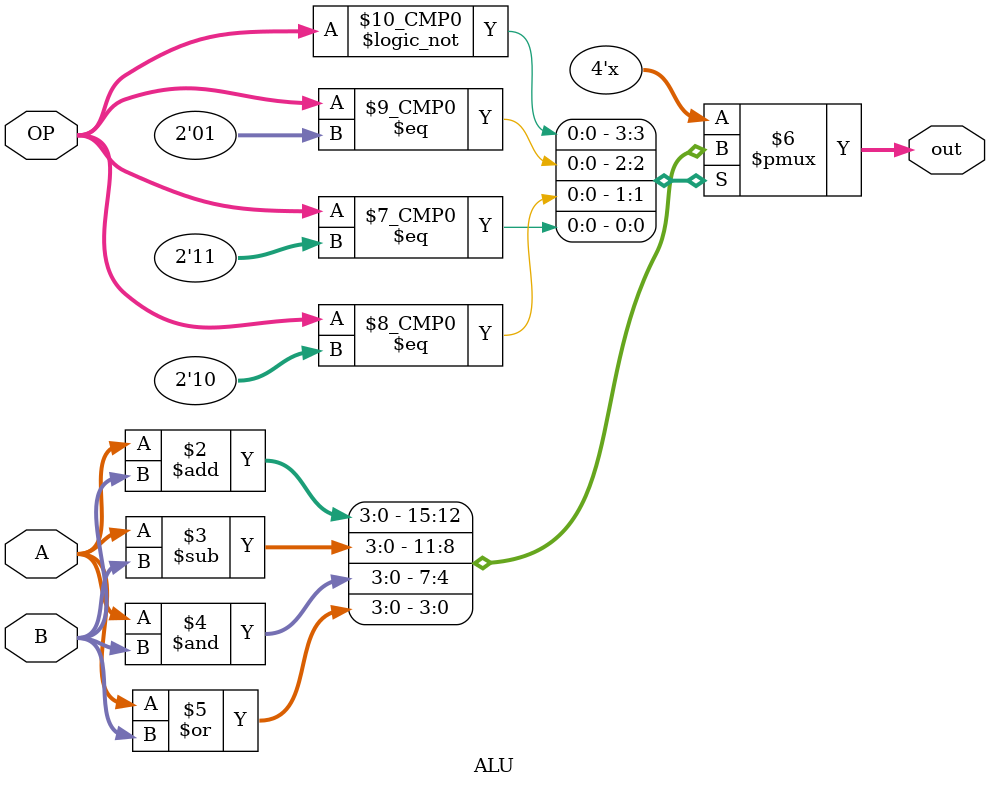
<source format=v>
module ALU #(parameter BITS = 4) (
    input [BITS - 1 : 0] A, B,
    input [1 : 0] OP,
    output reg [BITS - 1 : 0] out
);
    localparam ADD = 2'b00;
    localparam SUB = 2'b01;
    localparam AND = 2'b10;
    localparam OR = 2'b11;

    always @(*) begin
        case (OP)
            ADD:        out = A + B;
            SUB:        out = A - B;
            AND:        out = A & B;
            OR:         out = A | B;
            default:    out = 0;
        endcase
    end
endmodule

</source>
